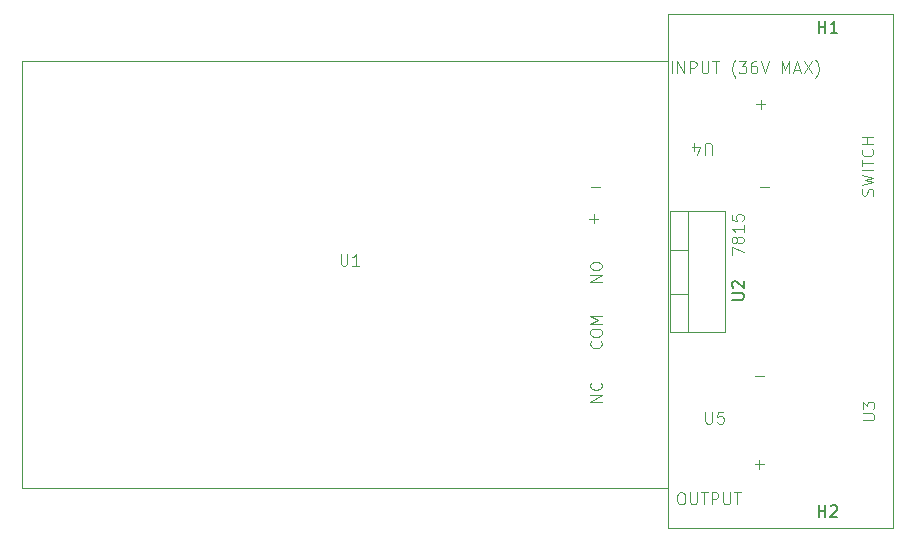
<source format=gto>
G04 #@! TF.GenerationSoftware,KiCad,Pcbnew,8.0.0*
G04 #@! TF.CreationDate,2024-05-22T21:05:34-07:00*
G04 #@! TF.ProjectId,sim_switch,73696d5f-7377-4697-9463-682e6b696361,rev?*
G04 #@! TF.SameCoordinates,Original*
G04 #@! TF.FileFunction,Legend,Top*
G04 #@! TF.FilePolarity,Positive*
%FSLAX46Y46*%
G04 Gerber Fmt 4.6, Leading zero omitted, Abs format (unit mm)*
G04 Created by KiCad (PCBNEW 8.0.0) date 2024-05-22 21:05:34*
%MOMM*%
%LPD*%
G01*
G04 APERTURE LIST*
%ADD10C,0.100000*%
%ADD11C,0.150000*%
%ADD12C,0.120000*%
G04 APERTURE END LIST*
D10*
X166324800Y-69743734D02*
X166372419Y-69600877D01*
X166372419Y-69600877D02*
X166372419Y-69362782D01*
X166372419Y-69362782D02*
X166324800Y-69267544D01*
X166324800Y-69267544D02*
X166277180Y-69219925D01*
X166277180Y-69219925D02*
X166181942Y-69172306D01*
X166181942Y-69172306D02*
X166086704Y-69172306D01*
X166086704Y-69172306D02*
X165991466Y-69219925D01*
X165991466Y-69219925D02*
X165943847Y-69267544D01*
X165943847Y-69267544D02*
X165896228Y-69362782D01*
X165896228Y-69362782D02*
X165848609Y-69553258D01*
X165848609Y-69553258D02*
X165800990Y-69648496D01*
X165800990Y-69648496D02*
X165753371Y-69696115D01*
X165753371Y-69696115D02*
X165658133Y-69743734D01*
X165658133Y-69743734D02*
X165562895Y-69743734D01*
X165562895Y-69743734D02*
X165467657Y-69696115D01*
X165467657Y-69696115D02*
X165420038Y-69648496D01*
X165420038Y-69648496D02*
X165372419Y-69553258D01*
X165372419Y-69553258D02*
X165372419Y-69315163D01*
X165372419Y-69315163D02*
X165420038Y-69172306D01*
X165372419Y-68838972D02*
X166372419Y-68600877D01*
X166372419Y-68600877D02*
X165658133Y-68410401D01*
X165658133Y-68410401D02*
X166372419Y-68219925D01*
X166372419Y-68219925D02*
X165372419Y-67981830D01*
X166372419Y-67600877D02*
X165372419Y-67600877D01*
X165372419Y-67267544D02*
X165372419Y-66696116D01*
X166372419Y-66981830D02*
X165372419Y-66981830D01*
X166277180Y-65791354D02*
X166324800Y-65838973D01*
X166324800Y-65838973D02*
X166372419Y-65981830D01*
X166372419Y-65981830D02*
X166372419Y-66077068D01*
X166372419Y-66077068D02*
X166324800Y-66219925D01*
X166324800Y-66219925D02*
X166229561Y-66315163D01*
X166229561Y-66315163D02*
X166134323Y-66362782D01*
X166134323Y-66362782D02*
X165943847Y-66410401D01*
X165943847Y-66410401D02*
X165800990Y-66410401D01*
X165800990Y-66410401D02*
X165610514Y-66362782D01*
X165610514Y-66362782D02*
X165515276Y-66315163D01*
X165515276Y-66315163D02*
X165420038Y-66219925D01*
X165420038Y-66219925D02*
X165372419Y-66077068D01*
X165372419Y-66077068D02*
X165372419Y-65981830D01*
X165372419Y-65981830D02*
X165420038Y-65838973D01*
X165420038Y-65838973D02*
X165467657Y-65791354D01*
X166372419Y-65362782D02*
X165372419Y-65362782D01*
X165848609Y-65362782D02*
X165848609Y-64791354D01*
X166372419Y-64791354D02*
X165372419Y-64791354D01*
X154372419Y-74791353D02*
X154372419Y-74124687D01*
X154372419Y-74124687D02*
X155372419Y-74553258D01*
X154800990Y-73600877D02*
X154753371Y-73696115D01*
X154753371Y-73696115D02*
X154705752Y-73743734D01*
X154705752Y-73743734D02*
X154610514Y-73791353D01*
X154610514Y-73791353D02*
X154562895Y-73791353D01*
X154562895Y-73791353D02*
X154467657Y-73743734D01*
X154467657Y-73743734D02*
X154420038Y-73696115D01*
X154420038Y-73696115D02*
X154372419Y-73600877D01*
X154372419Y-73600877D02*
X154372419Y-73410401D01*
X154372419Y-73410401D02*
X154420038Y-73315163D01*
X154420038Y-73315163D02*
X154467657Y-73267544D01*
X154467657Y-73267544D02*
X154562895Y-73219925D01*
X154562895Y-73219925D02*
X154610514Y-73219925D01*
X154610514Y-73219925D02*
X154705752Y-73267544D01*
X154705752Y-73267544D02*
X154753371Y-73315163D01*
X154753371Y-73315163D02*
X154800990Y-73410401D01*
X154800990Y-73410401D02*
X154800990Y-73600877D01*
X154800990Y-73600877D02*
X154848609Y-73696115D01*
X154848609Y-73696115D02*
X154896228Y-73743734D01*
X154896228Y-73743734D02*
X154991466Y-73791353D01*
X154991466Y-73791353D02*
X155181942Y-73791353D01*
X155181942Y-73791353D02*
X155277180Y-73743734D01*
X155277180Y-73743734D02*
X155324800Y-73696115D01*
X155324800Y-73696115D02*
X155372419Y-73600877D01*
X155372419Y-73600877D02*
X155372419Y-73410401D01*
X155372419Y-73410401D02*
X155324800Y-73315163D01*
X155324800Y-73315163D02*
X155277180Y-73267544D01*
X155277180Y-73267544D02*
X155181942Y-73219925D01*
X155181942Y-73219925D02*
X154991466Y-73219925D01*
X154991466Y-73219925D02*
X154896228Y-73267544D01*
X154896228Y-73267544D02*
X154848609Y-73315163D01*
X154848609Y-73315163D02*
X154800990Y-73410401D01*
X155372419Y-72267544D02*
X155372419Y-72838972D01*
X155372419Y-72553258D02*
X154372419Y-72553258D01*
X154372419Y-72553258D02*
X154515276Y-72648496D01*
X154515276Y-72648496D02*
X154610514Y-72743734D01*
X154610514Y-72743734D02*
X154658133Y-72838972D01*
X154372419Y-71362782D02*
X154372419Y-71838972D01*
X154372419Y-71838972D02*
X154848609Y-71886591D01*
X154848609Y-71886591D02*
X154800990Y-71838972D01*
X154800990Y-71838972D02*
X154753371Y-71743734D01*
X154753371Y-71743734D02*
X154753371Y-71505639D01*
X154753371Y-71505639D02*
X154800990Y-71410401D01*
X154800990Y-71410401D02*
X154848609Y-71362782D01*
X154848609Y-71362782D02*
X154943847Y-71315163D01*
X154943847Y-71315163D02*
X155181942Y-71315163D01*
X155181942Y-71315163D02*
X155277180Y-71362782D01*
X155277180Y-71362782D02*
X155324800Y-71410401D01*
X155324800Y-71410401D02*
X155372419Y-71505639D01*
X155372419Y-71505639D02*
X155372419Y-71743734D01*
X155372419Y-71743734D02*
X155324800Y-71838972D01*
X155324800Y-71838972D02*
X155277180Y-71886591D01*
X149994360Y-94872419D02*
X150184836Y-94872419D01*
X150184836Y-94872419D02*
X150280074Y-94920038D01*
X150280074Y-94920038D02*
X150375312Y-95015276D01*
X150375312Y-95015276D02*
X150422931Y-95205752D01*
X150422931Y-95205752D02*
X150422931Y-95539085D01*
X150422931Y-95539085D02*
X150375312Y-95729561D01*
X150375312Y-95729561D02*
X150280074Y-95824800D01*
X150280074Y-95824800D02*
X150184836Y-95872419D01*
X150184836Y-95872419D02*
X149994360Y-95872419D01*
X149994360Y-95872419D02*
X149899122Y-95824800D01*
X149899122Y-95824800D02*
X149803884Y-95729561D01*
X149803884Y-95729561D02*
X149756265Y-95539085D01*
X149756265Y-95539085D02*
X149756265Y-95205752D01*
X149756265Y-95205752D02*
X149803884Y-95015276D01*
X149803884Y-95015276D02*
X149899122Y-94920038D01*
X149899122Y-94920038D02*
X149994360Y-94872419D01*
X150851503Y-94872419D02*
X150851503Y-95681942D01*
X150851503Y-95681942D02*
X150899122Y-95777180D01*
X150899122Y-95777180D02*
X150946741Y-95824800D01*
X150946741Y-95824800D02*
X151041979Y-95872419D01*
X151041979Y-95872419D02*
X151232455Y-95872419D01*
X151232455Y-95872419D02*
X151327693Y-95824800D01*
X151327693Y-95824800D02*
X151375312Y-95777180D01*
X151375312Y-95777180D02*
X151422931Y-95681942D01*
X151422931Y-95681942D02*
X151422931Y-94872419D01*
X151756265Y-94872419D02*
X152327693Y-94872419D01*
X152041979Y-95872419D02*
X152041979Y-94872419D01*
X152661027Y-95872419D02*
X152661027Y-94872419D01*
X152661027Y-94872419D02*
X153041979Y-94872419D01*
X153041979Y-94872419D02*
X153137217Y-94920038D01*
X153137217Y-94920038D02*
X153184836Y-94967657D01*
X153184836Y-94967657D02*
X153232455Y-95062895D01*
X153232455Y-95062895D02*
X153232455Y-95205752D01*
X153232455Y-95205752D02*
X153184836Y-95300990D01*
X153184836Y-95300990D02*
X153137217Y-95348609D01*
X153137217Y-95348609D02*
X153041979Y-95396228D01*
X153041979Y-95396228D02*
X152661027Y-95396228D01*
X153661027Y-94872419D02*
X153661027Y-95681942D01*
X153661027Y-95681942D02*
X153708646Y-95777180D01*
X153708646Y-95777180D02*
X153756265Y-95824800D01*
X153756265Y-95824800D02*
X153851503Y-95872419D01*
X153851503Y-95872419D02*
X154041979Y-95872419D01*
X154041979Y-95872419D02*
X154137217Y-95824800D01*
X154137217Y-95824800D02*
X154184836Y-95777180D01*
X154184836Y-95777180D02*
X154232455Y-95681942D01*
X154232455Y-95681942D02*
X154232455Y-94872419D01*
X154565789Y-94872419D02*
X155137217Y-94872419D01*
X154851503Y-95872419D02*
X154851503Y-94872419D01*
X149303884Y-59372419D02*
X149303884Y-58372419D01*
X149780074Y-59372419D02*
X149780074Y-58372419D01*
X149780074Y-58372419D02*
X150351502Y-59372419D01*
X150351502Y-59372419D02*
X150351502Y-58372419D01*
X150827693Y-59372419D02*
X150827693Y-58372419D01*
X150827693Y-58372419D02*
X151208645Y-58372419D01*
X151208645Y-58372419D02*
X151303883Y-58420038D01*
X151303883Y-58420038D02*
X151351502Y-58467657D01*
X151351502Y-58467657D02*
X151399121Y-58562895D01*
X151399121Y-58562895D02*
X151399121Y-58705752D01*
X151399121Y-58705752D02*
X151351502Y-58800990D01*
X151351502Y-58800990D02*
X151303883Y-58848609D01*
X151303883Y-58848609D02*
X151208645Y-58896228D01*
X151208645Y-58896228D02*
X150827693Y-58896228D01*
X151827693Y-58372419D02*
X151827693Y-59181942D01*
X151827693Y-59181942D02*
X151875312Y-59277180D01*
X151875312Y-59277180D02*
X151922931Y-59324800D01*
X151922931Y-59324800D02*
X152018169Y-59372419D01*
X152018169Y-59372419D02*
X152208645Y-59372419D01*
X152208645Y-59372419D02*
X152303883Y-59324800D01*
X152303883Y-59324800D02*
X152351502Y-59277180D01*
X152351502Y-59277180D02*
X152399121Y-59181942D01*
X152399121Y-59181942D02*
X152399121Y-58372419D01*
X152732455Y-58372419D02*
X153303883Y-58372419D01*
X153018169Y-59372419D02*
X153018169Y-58372419D01*
X154684836Y-59753371D02*
X154637217Y-59705752D01*
X154637217Y-59705752D02*
X154541979Y-59562895D01*
X154541979Y-59562895D02*
X154494360Y-59467657D01*
X154494360Y-59467657D02*
X154446741Y-59324800D01*
X154446741Y-59324800D02*
X154399122Y-59086704D01*
X154399122Y-59086704D02*
X154399122Y-58896228D01*
X154399122Y-58896228D02*
X154446741Y-58658133D01*
X154446741Y-58658133D02*
X154494360Y-58515276D01*
X154494360Y-58515276D02*
X154541979Y-58420038D01*
X154541979Y-58420038D02*
X154637217Y-58277180D01*
X154637217Y-58277180D02*
X154684836Y-58229561D01*
X154970551Y-58372419D02*
X155589598Y-58372419D01*
X155589598Y-58372419D02*
X155256265Y-58753371D01*
X155256265Y-58753371D02*
X155399122Y-58753371D01*
X155399122Y-58753371D02*
X155494360Y-58800990D01*
X155494360Y-58800990D02*
X155541979Y-58848609D01*
X155541979Y-58848609D02*
X155589598Y-58943847D01*
X155589598Y-58943847D02*
X155589598Y-59181942D01*
X155589598Y-59181942D02*
X155541979Y-59277180D01*
X155541979Y-59277180D02*
X155494360Y-59324800D01*
X155494360Y-59324800D02*
X155399122Y-59372419D01*
X155399122Y-59372419D02*
X155113408Y-59372419D01*
X155113408Y-59372419D02*
X155018170Y-59324800D01*
X155018170Y-59324800D02*
X154970551Y-59277180D01*
X156446741Y-58372419D02*
X156256265Y-58372419D01*
X156256265Y-58372419D02*
X156161027Y-58420038D01*
X156161027Y-58420038D02*
X156113408Y-58467657D01*
X156113408Y-58467657D02*
X156018170Y-58610514D01*
X156018170Y-58610514D02*
X155970551Y-58800990D01*
X155970551Y-58800990D02*
X155970551Y-59181942D01*
X155970551Y-59181942D02*
X156018170Y-59277180D01*
X156018170Y-59277180D02*
X156065789Y-59324800D01*
X156065789Y-59324800D02*
X156161027Y-59372419D01*
X156161027Y-59372419D02*
X156351503Y-59372419D01*
X156351503Y-59372419D02*
X156446741Y-59324800D01*
X156446741Y-59324800D02*
X156494360Y-59277180D01*
X156494360Y-59277180D02*
X156541979Y-59181942D01*
X156541979Y-59181942D02*
X156541979Y-58943847D01*
X156541979Y-58943847D02*
X156494360Y-58848609D01*
X156494360Y-58848609D02*
X156446741Y-58800990D01*
X156446741Y-58800990D02*
X156351503Y-58753371D01*
X156351503Y-58753371D02*
X156161027Y-58753371D01*
X156161027Y-58753371D02*
X156065789Y-58800990D01*
X156065789Y-58800990D02*
X156018170Y-58848609D01*
X156018170Y-58848609D02*
X155970551Y-58943847D01*
X156827694Y-58372419D02*
X157161027Y-59372419D01*
X157161027Y-59372419D02*
X157494360Y-58372419D01*
X158589599Y-59372419D02*
X158589599Y-58372419D01*
X158589599Y-58372419D02*
X158922932Y-59086704D01*
X158922932Y-59086704D02*
X159256265Y-58372419D01*
X159256265Y-58372419D02*
X159256265Y-59372419D01*
X159684837Y-59086704D02*
X160161027Y-59086704D01*
X159589599Y-59372419D02*
X159922932Y-58372419D01*
X159922932Y-58372419D02*
X160256265Y-59372419D01*
X160494361Y-58372419D02*
X161161027Y-59372419D01*
X161161027Y-58372419D02*
X160494361Y-59372419D01*
X161446742Y-59753371D02*
X161494361Y-59705752D01*
X161494361Y-59705752D02*
X161589599Y-59562895D01*
X161589599Y-59562895D02*
X161637218Y-59467657D01*
X161637218Y-59467657D02*
X161684837Y-59324800D01*
X161684837Y-59324800D02*
X161732456Y-59086704D01*
X161732456Y-59086704D02*
X161732456Y-58896228D01*
X161732456Y-58896228D02*
X161684837Y-58658133D01*
X161684837Y-58658133D02*
X161637218Y-58515276D01*
X161637218Y-58515276D02*
X161589599Y-58420038D01*
X161589599Y-58420038D02*
X161494361Y-58277180D01*
X161494361Y-58277180D02*
X161446742Y-58229561D01*
X149019000Y-54345000D02*
X168000000Y-54345000D01*
X168000000Y-97845000D01*
X149019000Y-97845000D01*
X149019000Y-54345000D01*
X165457419Y-88761904D02*
X166266942Y-88761904D01*
X166266942Y-88761904D02*
X166362180Y-88714285D01*
X166362180Y-88714285D02*
X166409800Y-88666666D01*
X166409800Y-88666666D02*
X166457419Y-88571428D01*
X166457419Y-88571428D02*
X166457419Y-88380952D01*
X166457419Y-88380952D02*
X166409800Y-88285714D01*
X166409800Y-88285714D02*
X166362180Y-88238095D01*
X166362180Y-88238095D02*
X166266942Y-88190476D01*
X166266942Y-88190476D02*
X165457419Y-88190476D01*
X165457419Y-87809523D02*
X165457419Y-87190476D01*
X165457419Y-87190476D02*
X165838371Y-87523809D01*
X165838371Y-87523809D02*
X165838371Y-87380952D01*
X165838371Y-87380952D02*
X165885990Y-87285714D01*
X165885990Y-87285714D02*
X165933609Y-87238095D01*
X165933609Y-87238095D02*
X166028847Y-87190476D01*
X166028847Y-87190476D02*
X166266942Y-87190476D01*
X166266942Y-87190476D02*
X166362180Y-87238095D01*
X166362180Y-87238095D02*
X166409800Y-87285714D01*
X166409800Y-87285714D02*
X166457419Y-87380952D01*
X166457419Y-87380952D02*
X166457419Y-87666666D01*
X166457419Y-87666666D02*
X166409800Y-87761904D01*
X166409800Y-87761904D02*
X166362180Y-87809523D01*
D11*
X161738095Y-96954819D02*
X161738095Y-95954819D01*
X161738095Y-96431009D02*
X162309523Y-96431009D01*
X162309523Y-96954819D02*
X162309523Y-95954819D01*
X162738095Y-96050057D02*
X162785714Y-96002438D01*
X162785714Y-96002438D02*
X162880952Y-95954819D01*
X162880952Y-95954819D02*
X163119047Y-95954819D01*
X163119047Y-95954819D02*
X163214285Y-96002438D01*
X163214285Y-96002438D02*
X163261904Y-96050057D01*
X163261904Y-96050057D02*
X163309523Y-96145295D01*
X163309523Y-96145295D02*
X163309523Y-96240533D01*
X163309523Y-96240533D02*
X163261904Y-96383390D01*
X163261904Y-96383390D02*
X162690476Y-96954819D01*
X162690476Y-96954819D02*
X163309523Y-96954819D01*
X161738095Y-55954819D02*
X161738095Y-54954819D01*
X161738095Y-55431009D02*
X162309523Y-55431009D01*
X162309523Y-55954819D02*
X162309523Y-54954819D01*
X163309523Y-55954819D02*
X162738095Y-55954819D01*
X163023809Y-55954819D02*
X163023809Y-54954819D01*
X163023809Y-54954819D02*
X162928571Y-55097676D01*
X162928571Y-55097676D02*
X162833333Y-55192914D01*
X162833333Y-55192914D02*
X162738095Y-55240533D01*
D10*
X152138095Y-88047419D02*
X152138095Y-88856942D01*
X152138095Y-88856942D02*
X152185714Y-88952180D01*
X152185714Y-88952180D02*
X152233333Y-88999800D01*
X152233333Y-88999800D02*
X152328571Y-89047419D01*
X152328571Y-89047419D02*
X152519047Y-89047419D01*
X152519047Y-89047419D02*
X152614285Y-88999800D01*
X152614285Y-88999800D02*
X152661904Y-88952180D01*
X152661904Y-88952180D02*
X152709523Y-88856942D01*
X152709523Y-88856942D02*
X152709523Y-88047419D01*
X153661904Y-88047419D02*
X153185714Y-88047419D01*
X153185714Y-88047419D02*
X153138095Y-88523609D01*
X153138095Y-88523609D02*
X153185714Y-88475990D01*
X153185714Y-88475990D02*
X153280952Y-88428371D01*
X153280952Y-88428371D02*
X153519047Y-88428371D01*
X153519047Y-88428371D02*
X153614285Y-88475990D01*
X153614285Y-88475990D02*
X153661904Y-88523609D01*
X153661904Y-88523609D02*
X153709523Y-88618847D01*
X153709523Y-88618847D02*
X153709523Y-88856942D01*
X153709523Y-88856942D02*
X153661904Y-88952180D01*
X153661904Y-88952180D02*
X153614285Y-88999800D01*
X153614285Y-88999800D02*
X153519047Y-89047419D01*
X153519047Y-89047419D02*
X153280952Y-89047419D01*
X153280952Y-89047419D02*
X153185714Y-88999800D01*
X153185714Y-88999800D02*
X153138095Y-88952180D01*
X156303884Y-92491466D02*
X157065789Y-92491466D01*
X156684836Y-92872419D02*
X156684836Y-92110514D01*
X156303884Y-84991466D02*
X157065789Y-84991466D01*
X152661904Y-66272580D02*
X152661904Y-65463057D01*
X152661904Y-65463057D02*
X152614285Y-65367819D01*
X152614285Y-65367819D02*
X152566666Y-65320200D01*
X152566666Y-65320200D02*
X152471428Y-65272580D01*
X152471428Y-65272580D02*
X152280952Y-65272580D01*
X152280952Y-65272580D02*
X152185714Y-65320200D01*
X152185714Y-65320200D02*
X152138095Y-65367819D01*
X152138095Y-65367819D02*
X152090476Y-65463057D01*
X152090476Y-65463057D02*
X152090476Y-66272580D01*
X151185714Y-65939247D02*
X151185714Y-65272580D01*
X151423809Y-66320200D02*
X151661904Y-65605914D01*
X151661904Y-65605914D02*
X151042857Y-65605914D01*
X157196115Y-62008533D02*
X156434211Y-62008533D01*
X156815163Y-61627580D02*
X156815163Y-62389485D01*
X143196115Y-69008533D02*
X142434211Y-69008533D01*
D11*
X154394819Y-78556904D02*
X155204342Y-78556904D01*
X155204342Y-78556904D02*
X155299580Y-78509285D01*
X155299580Y-78509285D02*
X155347200Y-78461666D01*
X155347200Y-78461666D02*
X155394819Y-78366428D01*
X155394819Y-78366428D02*
X155394819Y-78175952D01*
X155394819Y-78175952D02*
X155347200Y-78080714D01*
X155347200Y-78080714D02*
X155299580Y-78033095D01*
X155299580Y-78033095D02*
X155204342Y-77985476D01*
X155204342Y-77985476D02*
X154394819Y-77985476D01*
X154490057Y-77556904D02*
X154442438Y-77509285D01*
X154442438Y-77509285D02*
X154394819Y-77414047D01*
X154394819Y-77414047D02*
X154394819Y-77175952D01*
X154394819Y-77175952D02*
X154442438Y-77080714D01*
X154442438Y-77080714D02*
X154490057Y-77033095D01*
X154490057Y-77033095D02*
X154585295Y-76985476D01*
X154585295Y-76985476D02*
X154680533Y-76985476D01*
X154680533Y-76985476D02*
X154823390Y-77033095D01*
X154823390Y-77033095D02*
X155394819Y-77604523D01*
X155394819Y-77604523D02*
X155394819Y-76985476D01*
D10*
X121257095Y-74668419D02*
X121257095Y-75477942D01*
X121257095Y-75477942D02*
X121304714Y-75573180D01*
X121304714Y-75573180D02*
X121352333Y-75620800D01*
X121352333Y-75620800D02*
X121447571Y-75668419D01*
X121447571Y-75668419D02*
X121638047Y-75668419D01*
X121638047Y-75668419D02*
X121733285Y-75620800D01*
X121733285Y-75620800D02*
X121780904Y-75573180D01*
X121780904Y-75573180D02*
X121828523Y-75477942D01*
X121828523Y-75477942D02*
X121828523Y-74668419D01*
X122828523Y-75668419D02*
X122257095Y-75668419D01*
X122542809Y-75668419D02*
X122542809Y-74668419D01*
X122542809Y-74668419D02*
X122447571Y-74811276D01*
X122447571Y-74811276D02*
X122352333Y-74906514D01*
X122352333Y-74906514D02*
X122257095Y-74954133D01*
X143372419Y-77036115D02*
X142372419Y-77036115D01*
X142372419Y-77036115D02*
X143372419Y-76464687D01*
X143372419Y-76464687D02*
X142372419Y-76464687D01*
X142372419Y-75798020D02*
X142372419Y-75607544D01*
X142372419Y-75607544D02*
X142420038Y-75512306D01*
X142420038Y-75512306D02*
X142515276Y-75417068D01*
X142515276Y-75417068D02*
X142705752Y-75369449D01*
X142705752Y-75369449D02*
X143039085Y-75369449D01*
X143039085Y-75369449D02*
X143229561Y-75417068D01*
X143229561Y-75417068D02*
X143324800Y-75512306D01*
X143324800Y-75512306D02*
X143372419Y-75607544D01*
X143372419Y-75607544D02*
X143372419Y-75798020D01*
X143372419Y-75798020D02*
X143324800Y-75893258D01*
X143324800Y-75893258D02*
X143229561Y-75988496D01*
X143229561Y-75988496D02*
X143039085Y-76036115D01*
X143039085Y-76036115D02*
X142705752Y-76036115D01*
X142705752Y-76036115D02*
X142515276Y-75988496D01*
X142515276Y-75988496D02*
X142420038Y-75893258D01*
X142420038Y-75893258D02*
X142372419Y-75798020D01*
X143277180Y-82052687D02*
X143324800Y-82100306D01*
X143324800Y-82100306D02*
X143372419Y-82243163D01*
X143372419Y-82243163D02*
X143372419Y-82338401D01*
X143372419Y-82338401D02*
X143324800Y-82481258D01*
X143324800Y-82481258D02*
X143229561Y-82576496D01*
X143229561Y-82576496D02*
X143134323Y-82624115D01*
X143134323Y-82624115D02*
X142943847Y-82671734D01*
X142943847Y-82671734D02*
X142800990Y-82671734D01*
X142800990Y-82671734D02*
X142610514Y-82624115D01*
X142610514Y-82624115D02*
X142515276Y-82576496D01*
X142515276Y-82576496D02*
X142420038Y-82481258D01*
X142420038Y-82481258D02*
X142372419Y-82338401D01*
X142372419Y-82338401D02*
X142372419Y-82243163D01*
X142372419Y-82243163D02*
X142420038Y-82100306D01*
X142420038Y-82100306D02*
X142467657Y-82052687D01*
X142372419Y-81433639D02*
X142372419Y-81243163D01*
X142372419Y-81243163D02*
X142420038Y-81147925D01*
X142420038Y-81147925D02*
X142515276Y-81052687D01*
X142515276Y-81052687D02*
X142705752Y-81005068D01*
X142705752Y-81005068D02*
X143039085Y-81005068D01*
X143039085Y-81005068D02*
X143229561Y-81052687D01*
X143229561Y-81052687D02*
X143324800Y-81147925D01*
X143324800Y-81147925D02*
X143372419Y-81243163D01*
X143372419Y-81243163D02*
X143372419Y-81433639D01*
X143372419Y-81433639D02*
X143324800Y-81528877D01*
X143324800Y-81528877D02*
X143229561Y-81624115D01*
X143229561Y-81624115D02*
X143039085Y-81671734D01*
X143039085Y-81671734D02*
X142705752Y-81671734D01*
X142705752Y-81671734D02*
X142515276Y-81624115D01*
X142515276Y-81624115D02*
X142420038Y-81528877D01*
X142420038Y-81528877D02*
X142372419Y-81433639D01*
X143372419Y-80576496D02*
X142372419Y-80576496D01*
X142372419Y-80576496D02*
X143086704Y-80243163D01*
X143086704Y-80243163D02*
X142372419Y-79909830D01*
X142372419Y-79909830D02*
X143372419Y-79909830D01*
X142303884Y-71694466D02*
X143065789Y-71694466D01*
X142684836Y-72075419D02*
X142684836Y-71313514D01*
X143372419Y-87196115D02*
X142372419Y-87196115D01*
X142372419Y-87196115D02*
X143372419Y-86624687D01*
X143372419Y-86624687D02*
X142372419Y-86624687D01*
X143277180Y-85577068D02*
X143324800Y-85624687D01*
X143324800Y-85624687D02*
X143372419Y-85767544D01*
X143372419Y-85767544D02*
X143372419Y-85862782D01*
X143372419Y-85862782D02*
X143324800Y-86005639D01*
X143324800Y-86005639D02*
X143229561Y-86100877D01*
X143229561Y-86100877D02*
X143134323Y-86148496D01*
X143134323Y-86148496D02*
X142943847Y-86196115D01*
X142943847Y-86196115D02*
X142800990Y-86196115D01*
X142800990Y-86196115D02*
X142610514Y-86148496D01*
X142610514Y-86148496D02*
X142515276Y-86100877D01*
X142515276Y-86100877D02*
X142420038Y-86005639D01*
X142420038Y-86005639D02*
X142372419Y-85862782D01*
X142372419Y-85862782D02*
X142372419Y-85767544D01*
X142372419Y-85767544D02*
X142420038Y-85624687D01*
X142420038Y-85624687D02*
X142467657Y-85577068D01*
X156803884Y-68991466D02*
X157565789Y-68991466D01*
D12*
X149130000Y-81320000D02*
X153771000Y-81320000D01*
X149130000Y-81320000D02*
X149130000Y-71080000D01*
X150640000Y-81320000D02*
X150640000Y-71080000D01*
X153771000Y-81320000D02*
X153771000Y-71080000D01*
X149130000Y-78050000D02*
X150640000Y-78050000D01*
X149130000Y-74349000D02*
X150640000Y-74349000D01*
X149130000Y-71080000D02*
X153771000Y-71080000D01*
D10*
X94315000Y-58345000D02*
X149019000Y-58345000D01*
X149019000Y-94475000D01*
X94315000Y-94475000D01*
X94315000Y-58345000D01*
M02*

</source>
